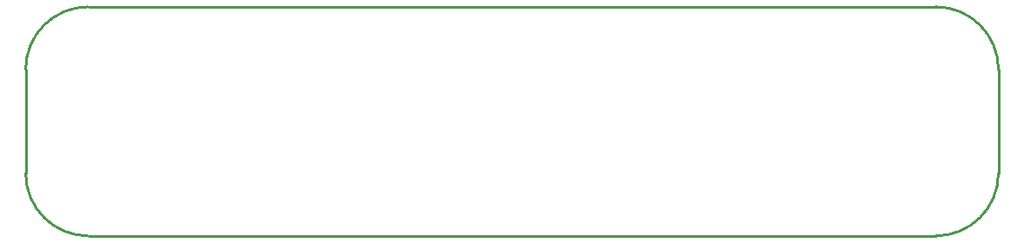
<source format=gko>
G04 Layer_Color=16711935*
%FSLAX23Y23*%
%MOIN*%
G70*
G01*
G75*
%ADD31C,0.010*%
D31*
X3500Y-15D02*
G03*
X3740Y225I0J240D01*
G01*
Y625D02*
G03*
X3500Y865I-240J0D01*
G01*
X250D02*
G03*
X10Y625I0J-240D01*
G01*
Y225D02*
G03*
X250Y-15I240J0D01*
G01*
X285Y865D02*
X665D01*
X3310Y-15D02*
X3500D01*
X665Y865D02*
X3500D01*
X3740Y225D02*
Y625D01*
X250Y-15D02*
X3310D01*
X10Y225D02*
Y625D01*
X250Y865D02*
X285D01*
M02*

</source>
